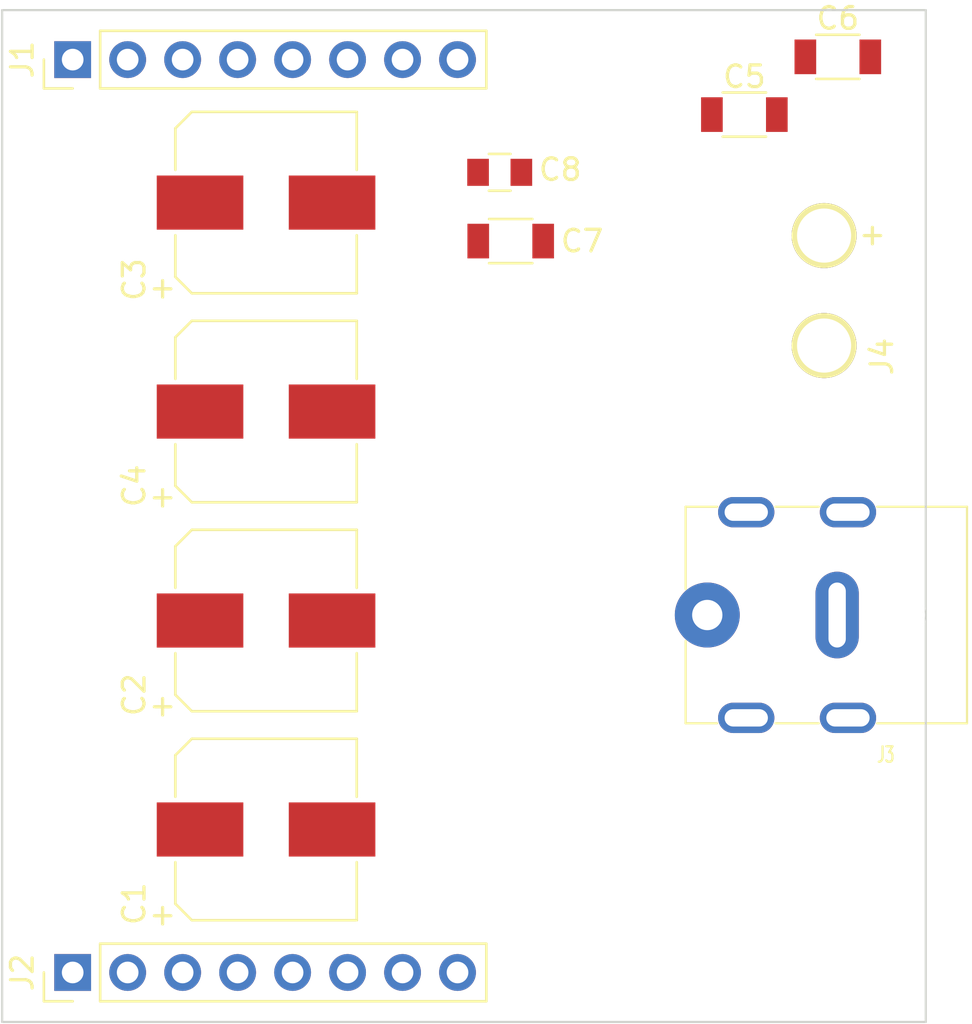
<source format=kicad_pcb>
(kicad_pcb (version 4) (host pcbnew 4.0.5+dfsg1-4~bpo8+1)

  (general
    (links 28)
    (no_connects 28)
    (area 94.691999 77.927999 137.464001 124.764001)
    (thickness 1.6)
    (drawings 8)
    (tracks 2)
    (zones 0)
    (modules 12)
    (nets 3)
  )

  (page A4)
  (layers
    (0 F.Cu signal)
    (31 B.Cu signal)
    (32 B.Adhes user)
    (33 F.Adhes user)
    (34 B.Paste user)
    (35 F.Paste user)
    (36 B.SilkS user)
    (37 F.SilkS user)
    (38 B.Mask user)
    (39 F.Mask user)
    (40 Dwgs.User user)
    (41 Cmts.User user)
    (42 Eco1.User user)
    (43 Eco2.User user)
    (44 Edge.Cuts user)
    (45 Margin user)
    (46 B.CrtYd user)
    (47 F.CrtYd user)
    (48 B.Fab user)
    (49 F.Fab user hide)
  )

  (setup
    (last_trace_width 0.25)
    (trace_clearance 0.2)
    (zone_clearance 0.381)
    (zone_45_only no)
    (trace_min 0.2)
    (segment_width 0.2)
    (edge_width 0.1)
    (via_size 0.6)
    (via_drill 0.4)
    (via_min_size 0.4)
    (via_min_drill 0.3)
    (uvia_size 0.3)
    (uvia_drill 0.1)
    (uvias_allowed no)
    (uvia_min_size 0)
    (uvia_min_drill 0)
    (pcb_text_width 0.3)
    (pcb_text_size 1.5 1.5)
    (mod_edge_width 0.15)
    (mod_text_size 1 1)
    (mod_text_width 0.15)
    (pad_size 0.381 0.381)
    (pad_drill 0.254)
    (pad_to_mask_clearance 0)
    (aux_axis_origin 94.742 124.714)
    (grid_origin 94.742 124.714)
    (visible_elements FFFEFF7F)
    (pcbplotparams
      (layerselection 0x00030_80000001)
      (usegerberextensions false)
      (excludeedgelayer true)
      (linewidth 0.100000)
      (plotframeref false)
      (viasonmask false)
      (mode 1)
      (useauxorigin false)
      (hpglpennumber 1)
      (hpglpenspeed 20)
      (hpglpendiameter 15)
      (hpglpenoverlay 2)
      (psnegative false)
      (psa4output false)
      (plotreference true)
      (plotvalue true)
      (plotinvisibletext false)
      (padsonsilk false)
      (subtractmaskfromsilk false)
      (outputformat 1)
      (mirror false)
      (drillshape 1)
      (scaleselection 1)
      (outputdirectory ""))
  )

  (net 0 "")
  (net 1 GND)
  (net 2 +24V)

  (net_class Default "This is the default net class."
    (clearance 0.2)
    (trace_width 0.25)
    (via_dia 0.6)
    (via_drill 0.4)
    (uvia_dia 0.3)
    (uvia_drill 0.1)
    (add_net +24V)
    (add_net GND)
  )

  (module Pin_Headers:Pin_Header_Straight_1x08_Tall_Pitch2.54mm (layer F.Cu) (tedit 58CD4EC1) (tstamp 593A2885)
    (at 98 80.264 90)
    (descr "Through hole straight pin header, 1x08, 2.54mm pitch, single row")
    (tags "Through hole pin header THT 1x08 2.54mm single row")
    (path /5930E170)
    (fp_text reference J1 (at 0 -2.33 90) (layer F.SilkS)
      (effects (font (size 1 1) (thickness 0.15)))
    )
    (fp_text value CONN_01X08 (at 0 20.11 90) (layer F.Fab)
      (effects (font (size 1 1) (thickness 0.15)))
    )
    (fp_line (start -1.27 -1.27) (end -1.27 19.05) (layer F.Fab) (width 0.1))
    (fp_line (start -1.27 19.05) (end 1.27 19.05) (layer F.Fab) (width 0.1))
    (fp_line (start 1.27 19.05) (end 1.27 -1.27) (layer F.Fab) (width 0.1))
    (fp_line (start 1.27 -1.27) (end -1.27 -1.27) (layer F.Fab) (width 0.1))
    (fp_line (start -1.33 1.27) (end -1.33 19.11) (layer F.SilkS) (width 0.12))
    (fp_line (start -1.33 19.11) (end 1.33 19.11) (layer F.SilkS) (width 0.12))
    (fp_line (start 1.33 19.11) (end 1.33 1.27) (layer F.SilkS) (width 0.12))
    (fp_line (start 1.33 1.27) (end -1.33 1.27) (layer F.SilkS) (width 0.12))
    (fp_line (start -1.33 0) (end -1.33 -1.33) (layer F.SilkS) (width 0.12))
    (fp_line (start -1.33 -1.33) (end 0 -1.33) (layer F.SilkS) (width 0.12))
    (fp_line (start -1.8 -1.8) (end -1.8 19.55) (layer F.CrtYd) (width 0.05))
    (fp_line (start -1.8 19.55) (end 1.8 19.55) (layer F.CrtYd) (width 0.05))
    (fp_line (start 1.8 19.55) (end 1.8 -1.8) (layer F.CrtYd) (width 0.05))
    (fp_line (start 1.8 -1.8) (end -1.8 -1.8) (layer F.CrtYd) (width 0.05))
    (fp_text user %R (at 0 -2.33 90) (layer F.Fab)
      (effects (font (size 1 1) (thickness 0.15)))
    )
    (pad 1 thru_hole rect (at 0 0 90) (size 1.7 1.7) (drill 1) (layers *.Cu *.Mask)
      (net 2 +24V))
    (pad 2 thru_hole oval (at 0 2.54 90) (size 1.7 1.7) (drill 1) (layers *.Cu *.Mask)
      (net 2 +24V))
    (pad 3 thru_hole oval (at 0 5.08 90) (size 1.7 1.7) (drill 1) (layers *.Cu *.Mask)
      (net 2 +24V))
    (pad 4 thru_hole oval (at 0 7.62 90) (size 1.7 1.7) (drill 1) (layers *.Cu *.Mask)
      (net 2 +24V))
    (pad 5 thru_hole oval (at 0 10.16 90) (size 1.7 1.7) (drill 1) (layers *.Cu *.Mask)
      (net 1 GND))
    (pad 6 thru_hole oval (at 0 12.7 90) (size 1.7 1.7) (drill 1) (layers *.Cu *.Mask)
      (net 1 GND))
    (pad 7 thru_hole oval (at 0 15.24 90) (size 1.7 1.7) (drill 1) (layers *.Cu *.Mask)
      (net 1 GND))
    (pad 8 thru_hole oval (at 0 17.78 90) (size 1.7 1.7) (drill 1) (layers *.Cu *.Mask)
      (net 1 GND))
    (model "${KIPRJMOD}/../Libraries/3d_models/User Library-SIL_Socket08.wrl"
      (at (xyz 0 0 0))
      (scale (xyz 395 395 395))
      (rotate (xyz 0 0 90))
    )
  )

  (module Pin_Headers:Pin_Header_Straight_1x08_Tall_Pitch2.54mm (layer F.Cu) (tedit 58CD4EC1) (tstamp 593A2891)
    (at 98 122.428 90)
    (descr "Through hole straight pin header, 1x08, 2.54mm pitch, single row")
    (tags "Through hole pin header THT 1x08 2.54mm single row")
    (path /5930E163)
    (fp_text reference J2 (at 0 -2.33 90) (layer F.SilkS)
      (effects (font (size 1 1) (thickness 0.15)))
    )
    (fp_text value CONN_01X08 (at 0 20.11 90) (layer F.Fab)
      (effects (font (size 1 1) (thickness 0.15)))
    )
    (fp_line (start -1.27 -1.27) (end -1.27 19.05) (layer F.Fab) (width 0.1))
    (fp_line (start -1.27 19.05) (end 1.27 19.05) (layer F.Fab) (width 0.1))
    (fp_line (start 1.27 19.05) (end 1.27 -1.27) (layer F.Fab) (width 0.1))
    (fp_line (start 1.27 -1.27) (end -1.27 -1.27) (layer F.Fab) (width 0.1))
    (fp_line (start -1.33 1.27) (end -1.33 19.11) (layer F.SilkS) (width 0.12))
    (fp_line (start -1.33 19.11) (end 1.33 19.11) (layer F.SilkS) (width 0.12))
    (fp_line (start 1.33 19.11) (end 1.33 1.27) (layer F.SilkS) (width 0.12))
    (fp_line (start 1.33 1.27) (end -1.33 1.27) (layer F.SilkS) (width 0.12))
    (fp_line (start -1.33 0) (end -1.33 -1.33) (layer F.SilkS) (width 0.12))
    (fp_line (start -1.33 -1.33) (end 0 -1.33) (layer F.SilkS) (width 0.12))
    (fp_line (start -1.8 -1.8) (end -1.8 19.55) (layer F.CrtYd) (width 0.05))
    (fp_line (start -1.8 19.55) (end 1.8 19.55) (layer F.CrtYd) (width 0.05))
    (fp_line (start 1.8 19.55) (end 1.8 -1.8) (layer F.CrtYd) (width 0.05))
    (fp_line (start 1.8 -1.8) (end -1.8 -1.8) (layer F.CrtYd) (width 0.05))
    (fp_text user %R (at 0 -2.33 90) (layer F.Fab)
      (effects (font (size 1 1) (thickness 0.15)))
    )
    (pad 1 thru_hole rect (at 0 0 90) (size 1.7 1.7) (drill 1) (layers *.Cu *.Mask))
    (pad 2 thru_hole oval (at 0 2.54 90) (size 1.7 1.7) (drill 1) (layers *.Cu *.Mask))
    (pad 3 thru_hole oval (at 0 5.08 90) (size 1.7 1.7) (drill 1) (layers *.Cu *.Mask))
    (pad 4 thru_hole oval (at 0 7.62 90) (size 1.7 1.7) (drill 1) (layers *.Cu *.Mask))
    (pad 5 thru_hole oval (at 0 10.16 90) (size 1.7 1.7) (drill 1) (layers *.Cu *.Mask))
    (pad 6 thru_hole oval (at 0 12.7 90) (size 1.7 1.7) (drill 1) (layers *.Cu *.Mask))
    (pad 7 thru_hole oval (at 0 15.24 90) (size 1.7 1.7) (drill 1) (layers *.Cu *.Mask))
    (pad 8 thru_hole oval (at 0 17.78 90) (size 1.7 1.7) (drill 1) (layers *.Cu *.Mask))
    (model "${KIPRJMOD}/../Libraries/3d_models/User Library-SIL_Socket08.wrl"
      (at (xyz 0 0 0))
      (scale (xyz 395 395 395))
      (rotate (xyz 0 0 90))
    )
  )

  (module Connectors_Barrel.pretty:PJ-082BH (layer F.Cu) (tedit 5804E43B) (tstamp 59629012)
    (at 139.319 105.918 180)
    (path /59628A55)
    (fp_text reference J3 (at 3.75 -6.45 180) (layer F.SilkS)
      (effects (font (size 0.7112 0.4572) (thickness 0.1016)))
    )
    (fp_text value Barrel_Jack (at 3.65 -7.6 180) (layer F.Fab) hide
      (effects (font (size 0.7112 0.4572) (thickness 0.1016)))
    )
    (fp_line (start 13 -5) (end 11.55 -5) (layer F.SilkS) (width 0.1016))
    (fp_line (start 13 -1.2) (end 13 -5) (layer F.SilkS) (width 0.1016))
    (fp_line (start 13 5) (end 13 1.2) (layer F.SilkS) (width 0.1016))
    (fp_line (start 11.55 5) (end 13 5) (layer F.SilkS) (width 0.1016))
    (fp_line (start 0 5) (end 4.15 5) (layer F.SilkS) (width 0.1016))
    (fp_line (start 6.85 5) (end 8.85 5) (layer F.SilkS) (width 0.1016))
    (fp_line (start 6.85 -5) (end 8.85 -5) (layer F.SilkS) (width 0.1016))
    (fp_line (start 0 -5) (end 4.15 -5) (layer F.SilkS) (width 0.1016))
    (fp_line (start 0 -5) (end 0 5) (layer F.SilkS) (width 0.1016))
    (pad "" np_thru_hole circle (at 2.75 0 180) (size 1.6 1.6) (drill 1.6) (layers *.Cu *.Mask))
    (pad 1 thru_hole circle (at 12 0 180) (size 3 3) (drill 1.4) (layers *.Cu *.Mask)
      (net 2 +24V))
    (pad 2 thru_hole oval (at 5.5 -4.75 180) (size 2.6 1.4) (drill oval 2 0.8) (layers *.Cu *.Mask)
      (net 1 GND))
    (pad 2 thru_hole oval (at 10.2 -4.75 180) (size 2.6 1.4) (drill oval 2 0.8) (layers *.Cu *.Mask)
      (net 1 GND))
    (pad 2 thru_hole oval (at 5.5 4.75 180) (size 2.6 1.4) (drill oval 2 0.8) (layers *.Cu *.Mask)
      (net 1 GND))
    (pad 2 thru_hole oval (at 10.2 4.75 180) (size 2.6 1.4) (drill oval 2 0.8) (layers *.Cu *.Mask)
      (net 1 GND))
    (pad 2 thru_hole oval (at 6 0 270) (size 4 2) (drill oval 3 0.8) (layers *.Cu *.Mask)
      (net 1 GND))
    (model ${KIPRJMOD}/../Libraries/3d_models/pj-082bh.wrl
      (at (xyz 0.25 0 0.1))
      (scale (xyz 2.5 2.5 2.5))
      (rotate (xyz 0 0 0))
    )
  )

  (module Capacitors_SMD:CP_Elec_8x10.5 (layer F.Cu) (tedit 59701584) (tstamp 59629047)
    (at 106.934 115.824)
    (descr "SMT capacitor, aluminium electrolytic, 8x10.5")
    (path /59628D75)
    (attr smd)
    (fp_text reference C1 (at -6.096 3.429 270) (layer F.SilkS)
      (effects (font (size 1 1) (thickness 0.15)))
    )
    (fp_text value 220uF (at 0 -5.45) (layer F.Fab)
      (effects (font (size 1 1) (thickness 0.15)))
    )
    (fp_circle (center 0 0) (end 1.3 3.7) (layer F.Fab) (width 0.1))
    (fp_text user + (at -2.27 -0.08) (layer F.Fab)
      (effects (font (size 1 1) (thickness 0.15)))
    )
    (fp_text user + (at -4.78 3.91) (layer F.SilkS)
      (effects (font (size 1 1) (thickness 0.15)))
    )
    (fp_text user %R (at 0 5.45) (layer F.Fab)
      (effects (font (size 1 1) (thickness 0.15)))
    )
    (fp_line (start 4.04 4.04) (end 4.04 -4.04) (layer F.Fab) (width 0.1))
    (fp_line (start -3.37 4.04) (end 4.04 4.04) (layer F.Fab) (width 0.1))
    (fp_line (start -4.04 3.37) (end -3.37 4.04) (layer F.Fab) (width 0.1))
    (fp_line (start -4.04 -3.37) (end -4.04 3.37) (layer F.Fab) (width 0.1))
    (fp_line (start -3.37 -4.04) (end -4.04 -3.37) (layer F.Fab) (width 0.1))
    (fp_line (start 4.04 -4.04) (end -3.37 -4.04) (layer F.Fab) (width 0.1))
    (fp_line (start -4.19 3.43) (end -4.19 1.51) (layer F.SilkS) (width 0.12))
    (fp_line (start -4.19 -3.43) (end -4.19 -1.51) (layer F.SilkS) (width 0.12))
    (fp_line (start 4.19 4.19) (end 4.19 1.51) (layer F.SilkS) (width 0.12))
    (fp_line (start 4.19 -4.19) (end 4.19 -1.51) (layer F.SilkS) (width 0.12))
    (fp_line (start 4.19 4.19) (end -3.43 4.19) (layer F.SilkS) (width 0.12))
    (fp_line (start -3.43 4.19) (end -4.19 3.43) (layer F.SilkS) (width 0.12))
    (fp_line (start -4.19 -3.43) (end -3.43 -4.19) (layer F.SilkS) (width 0.12))
    (fp_line (start -3.43 -4.19) (end 4.19 -4.19) (layer F.SilkS) (width 0.12))
    (fp_line (start -5.3 -4.29) (end 5.3 -4.29) (layer F.CrtYd) (width 0.05))
    (fp_line (start -5.3 -4.29) (end -5.3 4.29) (layer F.CrtYd) (width 0.05))
    (fp_line (start 5.3 4.29) (end 5.3 -4.29) (layer F.CrtYd) (width 0.05))
    (fp_line (start 5.3 4.29) (end -5.3 4.29) (layer F.CrtYd) (width 0.05))
    (pad 1 smd rect (at -3.05 0 180) (size 4 2.5) (layers F.Cu F.Paste F.Mask)
      (net 2 +24V))
    (pad 2 smd rect (at 3.05 0 180) (size 4 2.5) (layers F.Cu F.Paste F.Mask)
      (net 1 GND))
    (model ${KIPRJMOD}/../Libraries/3d_models/AL_EL_cap_8mmx10mm.wrl
      (at (xyz 0 0 0))
      (scale (xyz 410 410 410))
      (rotate (xyz 270 0 90))
    )
  )

  (module Capacitors_SMD:CP_Elec_8x10.5 (layer F.Cu) (tedit 5970158A) (tstamp 5962904D)
    (at 106.934 106.172)
    (descr "SMT capacitor, aluminium electrolytic, 8x10.5")
    (path /59629990)
    (attr smd)
    (fp_text reference C2 (at -6.096 3.429 90) (layer F.SilkS)
      (effects (font (size 1 1) (thickness 0.15)))
    )
    (fp_text value 220uF (at 0 -5.45) (layer F.Fab)
      (effects (font (size 1 1) (thickness 0.15)))
    )
    (fp_circle (center 0 0) (end 1.3 3.7) (layer F.Fab) (width 0.1))
    (fp_text user + (at -2.27 -0.08) (layer F.Fab)
      (effects (font (size 1 1) (thickness 0.15)))
    )
    (fp_text user + (at -4.78 3.91) (layer F.SilkS)
      (effects (font (size 1 1) (thickness 0.15)))
    )
    (fp_text user %R (at 0 5.45) (layer F.Fab)
      (effects (font (size 1 1) (thickness 0.15)))
    )
    (fp_line (start 4.04 4.04) (end 4.04 -4.04) (layer F.Fab) (width 0.1))
    (fp_line (start -3.37 4.04) (end 4.04 4.04) (layer F.Fab) (width 0.1))
    (fp_line (start -4.04 3.37) (end -3.37 4.04) (layer F.Fab) (width 0.1))
    (fp_line (start -4.04 -3.37) (end -4.04 3.37) (layer F.Fab) (width 0.1))
    (fp_line (start -3.37 -4.04) (end -4.04 -3.37) (layer F.Fab) (width 0.1))
    (fp_line (start 4.04 -4.04) (end -3.37 -4.04) (layer F.Fab) (width 0.1))
    (fp_line (start -4.19 3.43) (end -4.19 1.51) (layer F.SilkS) (width 0.12))
    (fp_line (start -4.19 -3.43) (end -4.19 -1.51) (layer F.SilkS) (width 0.12))
    (fp_line (start 4.19 4.19) (end 4.19 1.51) (layer F.SilkS) (width 0.12))
    (fp_line (start 4.19 -4.19) (end 4.19 -1.51) (layer F.SilkS) (width 0.12))
    (fp_line (start 4.19 4.19) (end -3.43 4.19) (layer F.SilkS) (width 0.12))
    (fp_line (start -3.43 4.19) (end -4.19 3.43) (layer F.SilkS) (width 0.12))
    (fp_line (start -4.19 -3.43) (end -3.43 -4.19) (layer F.SilkS) (width 0.12))
    (fp_line (start -3.43 -4.19) (end 4.19 -4.19) (layer F.SilkS) (width 0.12))
    (fp_line (start -5.3 -4.29) (end 5.3 -4.29) (layer F.CrtYd) (width 0.05))
    (fp_line (start -5.3 -4.29) (end -5.3 4.29) (layer F.CrtYd) (width 0.05))
    (fp_line (start 5.3 4.29) (end 5.3 -4.29) (layer F.CrtYd) (width 0.05))
    (fp_line (start 5.3 4.29) (end -5.3 4.29) (layer F.CrtYd) (width 0.05))
    (pad 1 smd rect (at -3.05 0 180) (size 4 2.5) (layers F.Cu F.Paste F.Mask)
      (net 2 +24V))
    (pad 2 smd rect (at 3.05 0 180) (size 4 2.5) (layers F.Cu F.Paste F.Mask)
      (net 1 GND))
    (model ${KIPRJMOD}/../Libraries/3d_models/AL_EL_cap_8mmx10mm.wrl
      (at (xyz 0 0 0))
      (scale (xyz 410 410 410))
      (rotate (xyz 270 0 90))
    )
  )

  (module Capacitors_SMD:CP_Elec_8x10.5 locked (layer F.Cu) (tedit 59701591) (tstamp 59629053)
    (at 106.934 86.868)
    (descr "SMT capacitor, aluminium electrolytic, 8x10.5")
    (path /596299C2)
    (attr smd)
    (fp_text reference C3 (at -6.096 3.556 90) (layer F.SilkS)
      (effects (font (size 1 1) (thickness 0.15)))
    )
    (fp_text value 220uF (at 0 -5.45) (layer F.Fab)
      (effects (font (size 1 1) (thickness 0.15)))
    )
    (fp_circle (center 0 0) (end 1.3 3.7) (layer F.Fab) (width 0.1))
    (fp_text user + (at -2.27 -0.08) (layer F.Fab)
      (effects (font (size 1 1) (thickness 0.15)))
    )
    (fp_text user + (at -4.78 3.91) (layer F.SilkS)
      (effects (font (size 1 1) (thickness 0.15)))
    )
    (fp_text user %R (at 0 5.45) (layer F.Fab)
      (effects (font (size 1 1) (thickness 0.15)))
    )
    (fp_line (start 4.04 4.04) (end 4.04 -4.04) (layer F.Fab) (width 0.1))
    (fp_line (start -3.37 4.04) (end 4.04 4.04) (layer F.Fab) (width 0.1))
    (fp_line (start -4.04 3.37) (end -3.37 4.04) (layer F.Fab) (width 0.1))
    (fp_line (start -4.04 -3.37) (end -4.04 3.37) (layer F.Fab) (width 0.1))
    (fp_line (start -3.37 -4.04) (end -4.04 -3.37) (layer F.Fab) (width 0.1))
    (fp_line (start 4.04 -4.04) (end -3.37 -4.04) (layer F.Fab) (width 0.1))
    (fp_line (start -4.19 3.43) (end -4.19 1.51) (layer F.SilkS) (width 0.12))
    (fp_line (start -4.19 -3.43) (end -4.19 -1.51) (layer F.SilkS) (width 0.12))
    (fp_line (start 4.19 4.19) (end 4.19 1.51) (layer F.SilkS) (width 0.12))
    (fp_line (start 4.19 -4.19) (end 4.19 -1.51) (layer F.SilkS) (width 0.12))
    (fp_line (start 4.19 4.19) (end -3.43 4.19) (layer F.SilkS) (width 0.12))
    (fp_line (start -3.43 4.19) (end -4.19 3.43) (layer F.SilkS) (width 0.12))
    (fp_line (start -4.19 -3.43) (end -3.43 -4.19) (layer F.SilkS) (width 0.12))
    (fp_line (start -3.43 -4.19) (end 4.19 -4.19) (layer F.SilkS) (width 0.12))
    (fp_line (start -5.3 -4.29) (end 5.3 -4.29) (layer F.CrtYd) (width 0.05))
    (fp_line (start -5.3 -4.29) (end -5.3 4.29) (layer F.CrtYd) (width 0.05))
    (fp_line (start 5.3 4.29) (end 5.3 -4.29) (layer F.CrtYd) (width 0.05))
    (fp_line (start 5.3 4.29) (end -5.3 4.29) (layer F.CrtYd) (width 0.05))
    (pad 1 smd rect (at -3.05 0 180) (size 4 2.5) (layers F.Cu F.Paste F.Mask)
      (net 2 +24V))
    (pad 2 smd rect (at 3.05 0 180) (size 4 2.5) (layers F.Cu F.Paste F.Mask)
      (net 1 GND))
    (model ${KIPRJMOD}/../Libraries/3d_models/AL_EL_cap_8mmx10mm.wrl
      (at (xyz 0 0 0))
      (scale (xyz 410 410 410))
      (rotate (xyz 270 0 90))
    )
  )

  (module Capacitors_SMD:CP_Elec_8x10.5 (layer F.Cu) (tedit 5970158F) (tstamp 59629059)
    (at 106.934 96.52)
    (descr "SMT capacitor, aluminium electrolytic, 8x10.5")
    (path /596299F7)
    (attr smd)
    (fp_text reference C4 (at -6.096 3.429 90) (layer F.SilkS)
      (effects (font (size 1 1) (thickness 0.15)))
    )
    (fp_text value 220uF (at 0 -5.45) (layer F.Fab)
      (effects (font (size 1 1) (thickness 0.15)))
    )
    (fp_circle (center 0 0) (end 1.3 3.7) (layer F.Fab) (width 0.1))
    (fp_text user + (at -2.27 -0.08) (layer F.Fab)
      (effects (font (size 1 1) (thickness 0.15)))
    )
    (fp_text user + (at -4.78 3.91) (layer F.SilkS)
      (effects (font (size 1 1) (thickness 0.15)))
    )
    (fp_text user %R (at 0 5.45) (layer F.Fab)
      (effects (font (size 1 1) (thickness 0.15)))
    )
    (fp_line (start 4.04 4.04) (end 4.04 -4.04) (layer F.Fab) (width 0.1))
    (fp_line (start -3.37 4.04) (end 4.04 4.04) (layer F.Fab) (width 0.1))
    (fp_line (start -4.04 3.37) (end -3.37 4.04) (layer F.Fab) (width 0.1))
    (fp_line (start -4.04 -3.37) (end -4.04 3.37) (layer F.Fab) (width 0.1))
    (fp_line (start -3.37 -4.04) (end -4.04 -3.37) (layer F.Fab) (width 0.1))
    (fp_line (start 4.04 -4.04) (end -3.37 -4.04) (layer F.Fab) (width 0.1))
    (fp_line (start -4.19 3.43) (end -4.19 1.51) (layer F.SilkS) (width 0.12))
    (fp_line (start -4.19 -3.43) (end -4.19 -1.51) (layer F.SilkS) (width 0.12))
    (fp_line (start 4.19 4.19) (end 4.19 1.51) (layer F.SilkS) (width 0.12))
    (fp_line (start 4.19 -4.19) (end 4.19 -1.51) (layer F.SilkS) (width 0.12))
    (fp_line (start 4.19 4.19) (end -3.43 4.19) (layer F.SilkS) (width 0.12))
    (fp_line (start -3.43 4.19) (end -4.19 3.43) (layer F.SilkS) (width 0.12))
    (fp_line (start -4.19 -3.43) (end -3.43 -4.19) (layer F.SilkS) (width 0.12))
    (fp_line (start -3.43 -4.19) (end 4.19 -4.19) (layer F.SilkS) (width 0.12))
    (fp_line (start -5.3 -4.29) (end 5.3 -4.29) (layer F.CrtYd) (width 0.05))
    (fp_line (start -5.3 -4.29) (end -5.3 4.29) (layer F.CrtYd) (width 0.05))
    (fp_line (start 5.3 4.29) (end 5.3 -4.29) (layer F.CrtYd) (width 0.05))
    (fp_line (start 5.3 4.29) (end -5.3 4.29) (layer F.CrtYd) (width 0.05))
    (pad 1 smd rect (at -3.05 0 180) (size 4 2.5) (layers F.Cu F.Paste F.Mask)
      (net 2 +24V))
    (pad 2 smd rect (at 3.05 0 180) (size 4 2.5) (layers F.Cu F.Paste F.Mask)
      (net 1 GND))
    (model ${KIPRJMOD}/../Libraries/3d_models/AL_EL_cap_8mmx10mm.wrl
      (at (xyz 0 0 0))
      (scale (xyz 410 410 410))
      (rotate (xyz 270 0 90))
    )
  )

  (module Capacitors_SMD:C_1206 (layer F.Cu) (tedit 58AA84B8) (tstamp 5962905F)
    (at 129.032 82.804)
    (descr "Capacitor SMD 1206, reflow soldering, AVX (see smccp.pdf)")
    (tags "capacitor 1206")
    (path /59629A98)
    (attr smd)
    (fp_text reference C5 (at 0 -1.75) (layer F.SilkS)
      (effects (font (size 1 1) (thickness 0.15)))
    )
    (fp_text value 10uF (at 0 2) (layer F.Fab)
      (effects (font (size 1 1) (thickness 0.15)))
    )
    (fp_text user %R (at 0 -1.75) (layer F.Fab)
      (effects (font (size 1 1) (thickness 0.15)))
    )
    (fp_line (start -1.6 0.8) (end -1.6 -0.8) (layer F.Fab) (width 0.1))
    (fp_line (start 1.6 0.8) (end -1.6 0.8) (layer F.Fab) (width 0.1))
    (fp_line (start 1.6 -0.8) (end 1.6 0.8) (layer F.Fab) (width 0.1))
    (fp_line (start -1.6 -0.8) (end 1.6 -0.8) (layer F.Fab) (width 0.1))
    (fp_line (start 1 -1.02) (end -1 -1.02) (layer F.SilkS) (width 0.12))
    (fp_line (start -1 1.02) (end 1 1.02) (layer F.SilkS) (width 0.12))
    (fp_line (start -2.25 -1.05) (end 2.25 -1.05) (layer F.CrtYd) (width 0.05))
    (fp_line (start -2.25 -1.05) (end -2.25 1.05) (layer F.CrtYd) (width 0.05))
    (fp_line (start 2.25 1.05) (end 2.25 -1.05) (layer F.CrtYd) (width 0.05))
    (fp_line (start 2.25 1.05) (end -2.25 1.05) (layer F.CrtYd) (width 0.05))
    (pad 1 smd rect (at -1.5 0) (size 1 1.6) (layers F.Cu F.Paste F.Mask)
      (net 2 +24V))
    (pad 2 smd rect (at 1.5 0) (size 1 1.6) (layers F.Cu F.Paste F.Mask)
      (net 1 GND))
    (model Capacitors_SMD.3dshapes/C_1206.wrl
      (at (xyz 0 0 0))
      (scale (xyz 1 1 1))
      (rotate (xyz 0 0 0))
    )
  )

  (module Capacitors_SMD:C_1206 (layer F.Cu) (tedit 59628F66) (tstamp 59629065)
    (at 133.35 80.137)
    (descr "Capacitor SMD 1206, reflow soldering, AVX (see smccp.pdf)")
    (tags "capacitor 1206")
    (path /59628F1D)
    (attr smd)
    (fp_text reference C6 (at 0 -1.778) (layer F.SilkS)
      (effects (font (size 1 1) (thickness 0.15)))
    )
    (fp_text value 10uF (at 0 2) (layer F.Fab)
      (effects (font (size 1 1) (thickness 0.15)))
    )
    (fp_text user %R (at 0 -1.75) (layer F.Fab)
      (effects (font (size 1 1) (thickness 0.15)))
    )
    (fp_line (start -1.6 0.8) (end -1.6 -0.8) (layer F.Fab) (width 0.1))
    (fp_line (start 1.6 0.8) (end -1.6 0.8) (layer F.Fab) (width 0.1))
    (fp_line (start 1.6 -0.8) (end 1.6 0.8) (layer F.Fab) (width 0.1))
    (fp_line (start -1.6 -0.8) (end 1.6 -0.8) (layer F.Fab) (width 0.1))
    (fp_line (start 1 -1.02) (end -1 -1.02) (layer F.SilkS) (width 0.12))
    (fp_line (start -1 1.02) (end 1 1.02) (layer F.SilkS) (width 0.12))
    (fp_line (start -2.25 -1.05) (end 2.25 -1.05) (layer F.CrtYd) (width 0.05))
    (fp_line (start -2.25 -1.05) (end -2.25 1.05) (layer F.CrtYd) (width 0.05))
    (fp_line (start 2.25 1.05) (end 2.25 -1.05) (layer F.CrtYd) (width 0.05))
    (fp_line (start 2.25 1.05) (end -2.25 1.05) (layer F.CrtYd) (width 0.05))
    (pad 1 smd rect (at -1.5 0) (size 1 1.6) (layers F.Cu F.Paste F.Mask)
      (net 2 +24V))
    (pad 2 smd rect (at 1.5 0) (size 1 1.6) (layers F.Cu F.Paste F.Mask)
      (net 1 GND))
    (model Capacitors_SMD.3dshapes/C_1206.wrl
      (at (xyz 0 0 0))
      (scale (xyz 1 1 1))
      (rotate (xyz 0 0 0))
    )
  )

  (module Capacitors_SMD:C_1206 (layer F.Cu) (tedit 597014AC) (tstamp 5962906B)
    (at 118.237 88.646)
    (descr "Capacitor SMD 1206, reflow soldering, AVX (see smccp.pdf)")
    (tags "capacitor 1206")
    (path /59629ADF)
    (attr smd)
    (fp_text reference C7 (at 3.302 0) (layer F.SilkS)
      (effects (font (size 1 1) (thickness 0.15)))
    )
    (fp_text value 10uF (at 0 2) (layer F.Fab)
      (effects (font (size 1 1) (thickness 0.15)))
    )
    (fp_text user %R (at 3.302 0) (layer F.Fab)
      (effects (font (size 1 1) (thickness 0.15)))
    )
    (fp_line (start -1.6 0.8) (end -1.6 -0.8) (layer F.Fab) (width 0.1))
    (fp_line (start 1.6 0.8) (end -1.6 0.8) (layer F.Fab) (width 0.1))
    (fp_line (start 1.6 -0.8) (end 1.6 0.8) (layer F.Fab) (width 0.1))
    (fp_line (start -1.6 -0.8) (end 1.6 -0.8) (layer F.Fab) (width 0.1))
    (fp_line (start 1 -1.02) (end -1 -1.02) (layer F.SilkS) (width 0.12))
    (fp_line (start -1 1.02) (end 1 1.02) (layer F.SilkS) (width 0.12))
    (fp_line (start -2.25 -1.05) (end 2.25 -1.05) (layer F.CrtYd) (width 0.05))
    (fp_line (start -2.25 -1.05) (end -2.25 1.05) (layer F.CrtYd) (width 0.05))
    (fp_line (start 2.25 1.05) (end 2.25 -1.05) (layer F.CrtYd) (width 0.05))
    (fp_line (start 2.25 1.05) (end -2.25 1.05) (layer F.CrtYd) (width 0.05))
    (pad 1 smd rect (at -1.5 0) (size 1 1.6) (layers F.Cu F.Paste F.Mask)
      (net 2 +24V))
    (pad 2 smd rect (at 1.5 0) (size 1 1.6) (layers F.Cu F.Paste F.Mask)
      (net 1 GND))
    (model Capacitors_SMD.3dshapes/C_1206.wrl
      (at (xyz 0 0 0))
      (scale (xyz 1 1 1))
      (rotate (xyz 0 0 0))
    )
  )

  (module Capacitors_SMD:C_0805 (layer F.Cu) (tedit 597014B0) (tstamp 59629071)
    (at 117.729 85.471)
    (descr "Capacitor SMD 0805, reflow soldering, AVX (see smccp.pdf)")
    (tags "capacitor 0805")
    (path /59629B15)
    (attr smd)
    (fp_text reference C8 (at 2.794 -0.127) (layer F.SilkS)
      (effects (font (size 1 1) (thickness 0.15)))
    )
    (fp_text value 0.1uF (at 0 1.75) (layer F.Fab)
      (effects (font (size 1 1) (thickness 0.15)))
    )
    (fp_text user %R (at 2.794 -0.127) (layer F.Fab)
      (effects (font (size 1 1) (thickness 0.15)))
    )
    (fp_line (start -1 0.62) (end -1 -0.62) (layer F.Fab) (width 0.1))
    (fp_line (start 1 0.62) (end -1 0.62) (layer F.Fab) (width 0.1))
    (fp_line (start 1 -0.62) (end 1 0.62) (layer F.Fab) (width 0.1))
    (fp_line (start -1 -0.62) (end 1 -0.62) (layer F.Fab) (width 0.1))
    (fp_line (start 0.5 -0.85) (end -0.5 -0.85) (layer F.SilkS) (width 0.12))
    (fp_line (start -0.5 0.85) (end 0.5 0.85) (layer F.SilkS) (width 0.12))
    (fp_line (start -1.75 -0.88) (end 1.75 -0.88) (layer F.CrtYd) (width 0.05))
    (fp_line (start -1.75 -0.88) (end -1.75 0.87) (layer F.CrtYd) (width 0.05))
    (fp_line (start 1.75 0.87) (end 1.75 -0.88) (layer F.CrtYd) (width 0.05))
    (fp_line (start 1.75 0.87) (end -1.75 0.87) (layer F.CrtYd) (width 0.05))
    (pad 1 smd rect (at -1 0) (size 1 1.25) (layers F.Cu F.Paste F.Mask)
      (net 2 +24V))
    (pad 2 smd rect (at 1 0) (size 1 1.25) (layers F.Cu F.Paste F.Mask)
      (net 1 GND))
    (model ${KIPRJMOD}/../Libraries/3d_models/C_0805.wrl
      (at (xyz 0 0 0))
      (scale (xyz 1 1 1))
      (rotate (xyz 0 0 0))
    )
  )

  (module Connectors_Battery:XT60_Inline (layer F.Cu) (tedit 59701323) (tstamp 5975DC7B)
    (at 132.715 90.932 270)
    (path /597010A4)
    (fp_text reference J4 (at 3.048 -2.667 270) (layer F.SilkS)
      (effects (font (size 1 1) (thickness 0.15)))
    )
    (fp_text value "XT60 Connector" (at 2.794 -4.064 270) (layer F.Fab)
      (effects (font (size 1 1) (thickness 0.15)))
    )
    (fp_text user + (at -2.54 -2.159 270) (layer F.SilkS)
      (effects (font (size 1 1) (thickness 0.15)))
    )
    (pad 1 thru_hole circle (at -2.54 0 270) (size 3 3) (drill 2.5) (layers *.Cu *.Mask F.SilkS))
    (pad 2 thru_hole circle (at 2.54 0 270) (size 3 3) (drill 2.5) (layers *.Cu *.Mask F.SilkS))
  )

  (gr_line (start 137.414 77.978) (end 94.742 77.978) (angle 90) (layer Edge.Cuts) (width 0.1))
  (gr_line (start 137.414 124.714) (end 137.414 77.978) (angle 90) (layer Edge.Cuts) (width 0.1))
  (gr_line (start 94.742 124.714) (end 137.414 124.714) (angle 90) (layer Edge.Cuts) (width 0.1))
  (gr_line (start 94.742 77.978) (end 94.742 124.714) (angle 90) (layer Edge.Cuts) (width 0.1))
  (gr_line (start 137.5 78) (end 94.742 78) (angle 90) (layer Eco1.User) (width 0.2))
  (gr_line (start 137.5 124.714) (end 137.5 78) (angle 90) (layer Eco1.User) (width 0.2))
  (gr_line (start 94.742 78) (end 94.742 124.714) (angle 90) (layer Eco1.User) (width 0.2))
  (gr_line (start 94.742 124.714) (end 137.5 124.714) (angle 90) (layer Eco1.User) (width 0.2))

  (segment (start 115.78 122.428) (end 115.78 121.876) (width 0.25) (layer F.Cu) (net 0))
  (segment (start 110.7 122.428) (end 110.7 121.71) (width 0.25) (layer B.Cu) (net 0))

)

</source>
